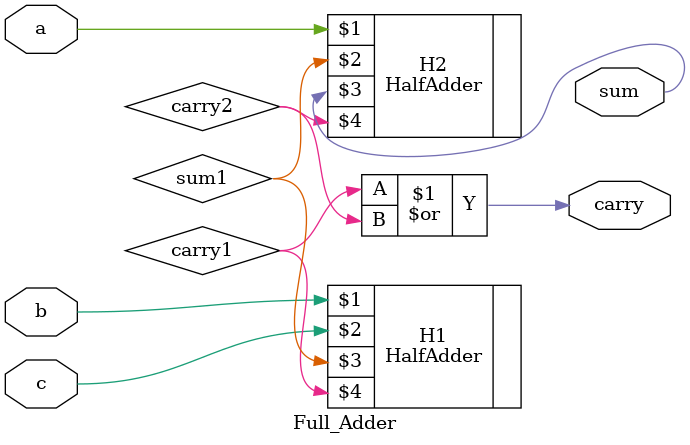
<source format=v>
`timescale 1ns / 1ps


module Full_Adder(a,b,c,sum,carry);
    input a,b,c;
    output sum,carry;
    wire sum1,carry1,carry2;
    HalfAdder H1(b,c,sum1,carry1);
    HalfAdder H2(a,sum1,sum,carry2);
    assign #5 carry=carry1|carry2;
endmodule


</source>
